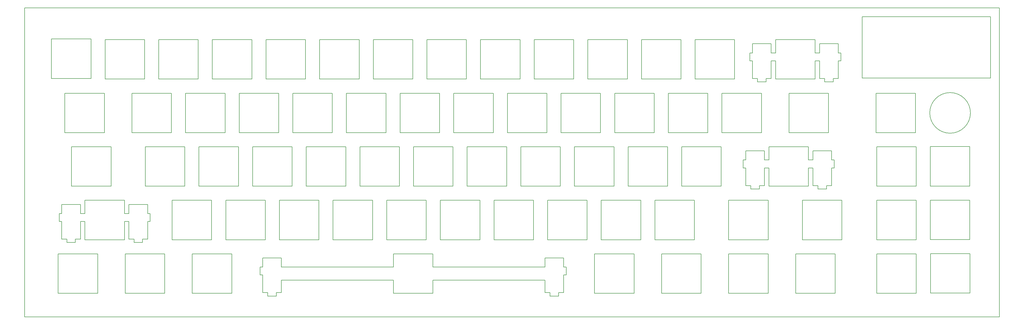
<source format=gbr>
%TF.GenerationSoftware,KiCad,Pcbnew,(5.1.7)-1*%
%TF.CreationDate,2020-10-05T00:15:49-07:00*%
%TF.ProjectId,r65,7236352e-6b69-4636-9164-5f7063625858,rev?*%
%TF.SameCoordinates,Original*%
%TF.FileFunction,Profile,NP*%
%FSLAX46Y46*%
G04 Gerber Fmt 4.6, Leading zero omitted, Abs format (unit mm)*
G04 Created by KiCad (PCBNEW (5.1.7)-1) date 2020-10-05 00:15:49*
%MOMM*%
%LPD*%
G01*
G04 APERTURE LIST*
%TA.AperFunction,Profile*%
%ADD10C,0.200000*%
%TD*%
G04 APERTURE END LIST*
D10*
X440860000Y-95077600D02*
X440860000Y-81077600D01*
X454860000Y-81077600D02*
X454860000Y-95077600D01*
X388360000Y-62077600D02*
X388360000Y-76077600D01*
X193875493Y-160482464D02*
X193875493Y-50832114D01*
X193875493Y-50832114D02*
X539135507Y-50832114D01*
X350360000Y-76077600D02*
X336360000Y-76077600D01*
X535999938Y-75706585D02*
X535999938Y-53966829D01*
X397860000Y-81077600D02*
X397860000Y-95077600D01*
X336360000Y-62077600D02*
X350360000Y-62077600D01*
X490515864Y-75706585D02*
X535999938Y-75706585D01*
X250860000Y-95077600D02*
X250860000Y-81077600D01*
X336360000Y-76077600D02*
X336360000Y-62077600D01*
X395735000Y-138077600D02*
X409735000Y-138077600D01*
X393110000Y-133077600D02*
X379110000Y-133077600D01*
X379110000Y-133077600D02*
X379110000Y-119077600D01*
X409735000Y-152077600D02*
X395735000Y-152077600D01*
X393360000Y-76077600D02*
X393360000Y-62077600D01*
X350360000Y-62077600D02*
X350360000Y-76077600D01*
X250860000Y-81077600D02*
X264860000Y-81077600D01*
X374360000Y-62077600D02*
X388360000Y-62077600D01*
X397860000Y-95077600D02*
X383860000Y-95077600D01*
X383860000Y-81077600D02*
X397860000Y-81077600D01*
X535999938Y-53966829D02*
X490515864Y-53966829D01*
X539135507Y-50832114D02*
X539135507Y-160482464D01*
X407360000Y-62077600D02*
X407360000Y-76077600D01*
X388360000Y-76077600D02*
X374360000Y-76077600D01*
X393110000Y-119077600D02*
X393110000Y-133077600D01*
X395735000Y-152077600D02*
X395735000Y-138077600D01*
X490515864Y-53966829D02*
X490515864Y-75706585D01*
X528880278Y-88071610D02*
G75*
G03*
X528880278Y-88071610I-7206997J0D01*
G01*
X539135507Y-160482464D02*
X193875493Y-160482464D01*
X383860000Y-95077600D02*
X383860000Y-81077600D01*
X407360000Y-76077600D02*
X393360000Y-76077600D01*
X440860000Y-81077600D02*
X454860000Y-81077600D01*
X264860000Y-95077600D02*
X250860000Y-95077600D01*
X264860000Y-81077600D02*
X264860000Y-95077600D01*
X374360000Y-76077600D02*
X374360000Y-62077600D01*
X454860000Y-95077600D02*
X440860000Y-95077600D01*
X379110000Y-119077600D02*
X393110000Y-119077600D01*
X393360000Y-62077600D02*
X407360000Y-62077600D01*
X417110000Y-133077600D02*
X417110000Y-119077600D01*
X369610000Y-100077600D02*
X383610000Y-100077600D01*
X431360000Y-62077600D02*
X445360000Y-62077600D01*
X345860000Y-81077600D02*
X359860000Y-81077600D01*
X336110000Y-119077600D02*
X336110000Y-133077600D01*
X514672329Y-100012007D02*
X528672329Y-100012007D01*
X435860000Y-95077600D02*
X421860000Y-95077600D01*
X435860000Y-81077600D02*
X435860000Y-95077600D01*
X528672329Y-119012007D02*
X528672329Y-133012007D01*
X440610000Y-100077600D02*
X440610000Y-114077600D01*
X419485000Y-138077600D02*
X433485000Y-138077600D01*
X421860000Y-81077600D02*
X435860000Y-81077600D01*
X421860000Y-95077600D02*
X421860000Y-81077600D01*
X350610000Y-100077600D02*
X364610000Y-100077600D01*
X388610000Y-100077600D02*
X402610000Y-100077600D01*
X326860000Y-81077600D02*
X340860000Y-81077600D01*
X426610000Y-100077600D02*
X440610000Y-100077600D01*
X433485000Y-138077600D02*
X433485000Y-152077600D01*
X440610000Y-114077600D02*
X426610000Y-114077600D01*
X359860000Y-95077600D02*
X345860000Y-95077600D01*
X341110000Y-133077600D02*
X341110000Y-119077600D01*
X514672329Y-133012007D02*
X514672329Y-119012007D01*
X412110000Y-133077600D02*
X398110000Y-133077600D01*
X431110000Y-119077600D02*
X431110000Y-133077600D01*
X402610000Y-114077600D02*
X388610000Y-114077600D01*
X359860000Y-81077600D02*
X359860000Y-95077600D01*
X355110000Y-119077600D02*
X355110000Y-133077600D01*
X431360000Y-76077600D02*
X431360000Y-62077600D01*
X426610000Y-114077600D02*
X426610000Y-100077600D01*
X402610000Y-100077600D02*
X402610000Y-114077600D01*
X340860000Y-95077600D02*
X326860000Y-95077600D01*
X528672329Y-133012007D02*
X514672329Y-133012007D01*
X345860000Y-95077600D02*
X345860000Y-81077600D01*
X340860000Y-81077600D02*
X340860000Y-95077600D01*
X514672329Y-114012007D02*
X514672329Y-100012007D01*
X369610000Y-114077600D02*
X369610000Y-100077600D01*
X417110000Y-119077600D02*
X431110000Y-119077600D01*
X412110000Y-119077600D02*
X412110000Y-133077600D01*
X364610000Y-100077600D02*
X364610000Y-114077600D01*
X419485000Y-152077600D02*
X419485000Y-138077600D01*
X514672329Y-119012007D02*
X528672329Y-119012007D01*
X528672329Y-114012007D02*
X514672329Y-114012007D01*
X445360000Y-76077600D02*
X431360000Y-76077600D01*
X445360000Y-62077600D02*
X445360000Y-76077600D01*
X383610000Y-100077600D02*
X383610000Y-114077600D01*
X398110000Y-133077600D02*
X398110000Y-119077600D01*
X355110000Y-133077600D02*
X341110000Y-133077600D01*
X431110000Y-133077600D02*
X417110000Y-133077600D01*
X409735000Y-138077600D02*
X409735000Y-152077600D01*
X350610000Y-114077600D02*
X350610000Y-100077600D01*
X341110000Y-119077600D02*
X355110000Y-119077600D01*
X322110000Y-119077600D02*
X336110000Y-119077600D01*
X383610000Y-114077600D02*
X369610000Y-114077600D01*
X326860000Y-95077600D02*
X326860000Y-81077600D01*
X528672329Y-100012007D02*
X528672329Y-114012007D01*
X322110000Y-133077600D02*
X322110000Y-119077600D01*
X388610000Y-114077600D02*
X388610000Y-100077600D01*
X364610000Y-114077600D02*
X350610000Y-114077600D01*
X312610000Y-100077600D02*
X326610000Y-100077600D01*
X336110000Y-133077600D02*
X322110000Y-133077600D01*
X398110000Y-119077600D02*
X412110000Y-119077600D01*
X433485000Y-152077600D02*
X419485000Y-152077600D01*
X457485000Y-114077600D02*
X457485000Y-107577600D01*
X471485000Y-114077600D02*
X457485000Y-114077600D01*
X455910000Y-113847600D02*
X454085000Y-113847600D01*
X455910000Y-107577600D02*
X455910000Y-113847600D01*
X457485000Y-107577600D02*
X455910000Y-107577600D01*
X455910000Y-104777600D02*
X457485000Y-104777600D01*
X475435000Y-66777600D02*
X475435000Y-63547600D01*
X509672329Y-138077600D02*
X509672329Y-152077600D01*
X480260000Y-77047600D02*
X477260000Y-77047600D01*
X473060000Y-104777600D02*
X473060000Y-101547600D01*
X479710000Y-104777600D02*
X480585000Y-104777600D01*
X471485000Y-100077600D02*
X471485000Y-104777600D01*
X457485000Y-100077600D02*
X471485000Y-100077600D01*
X457485000Y-104777600D02*
X457485000Y-100077600D01*
X450760000Y-66777600D02*
X451635000Y-66777600D01*
X458285000Y-66777600D02*
X459860000Y-66777600D01*
X459860000Y-69577600D02*
X458285000Y-69577600D01*
X495672329Y-152077600D02*
X495672329Y-138077600D01*
X464610000Y-95077600D02*
X464610000Y-81077600D01*
X378860000Y-95077600D02*
X364860000Y-95077600D01*
X482960000Y-69577600D02*
X482085000Y-69577600D01*
X475435000Y-63547600D02*
X482085000Y-63547600D01*
X450760000Y-69577600D02*
X450760000Y-66777600D01*
X478610000Y-95077600D02*
X464610000Y-95077600D01*
X458285000Y-75847600D02*
X456460000Y-75847600D01*
X475435000Y-69577600D02*
X473860000Y-69577600D01*
X471485000Y-104777600D02*
X473060000Y-104777600D01*
X459860000Y-66777600D02*
X459860000Y-62077600D01*
X364860000Y-95077600D02*
X364860000Y-81077600D01*
X459860000Y-76077600D02*
X459860000Y-69577600D01*
X458285000Y-69577600D02*
X458285000Y-75847600D01*
X451635000Y-66777600D02*
X451635000Y-63547600D01*
X477885000Y-115047600D02*
X474885000Y-115047600D01*
X477260000Y-75847600D02*
X475435000Y-75847600D01*
X477885000Y-113847600D02*
X477885000Y-115047600D01*
X451635000Y-69577600D02*
X450760000Y-69577600D01*
X479710000Y-113847600D02*
X477885000Y-113847600D01*
X479710000Y-107577600D02*
X479710000Y-113847600D01*
X473860000Y-69577600D02*
X473860000Y-76077600D01*
X473060000Y-101547600D02*
X479710000Y-101547600D01*
X495672329Y-138077600D02*
X509672329Y-138077600D01*
X478610000Y-81077600D02*
X478610000Y-95077600D01*
X456460000Y-75847600D02*
X456460000Y-77047600D01*
X480260000Y-75847600D02*
X480260000Y-77047600D01*
X482085000Y-66777600D02*
X482960000Y-66777600D01*
X482085000Y-63547600D02*
X482085000Y-66777600D01*
X477260000Y-77047600D02*
X477260000Y-75847600D01*
X473860000Y-66777600D02*
X475435000Y-66777600D01*
X458285000Y-63547600D02*
X458285000Y-66777600D01*
X482085000Y-75847600D02*
X480260000Y-75847600D01*
X473860000Y-76077600D02*
X459860000Y-76077600D01*
X482085000Y-69577600D02*
X482085000Y-75847600D01*
X378860000Y-81077600D02*
X378860000Y-95077600D01*
X459860000Y-62077600D02*
X473860000Y-62077600D01*
X475435000Y-75847600D02*
X475435000Y-69577600D01*
X364860000Y-81077600D02*
X378860000Y-81077600D01*
X471485000Y-107577600D02*
X471485000Y-114077600D01*
X479710000Y-101547600D02*
X479710000Y-104777600D01*
X509672329Y-152077600D02*
X495672329Y-152077600D01*
X473860000Y-62077600D02*
X473860000Y-66777600D01*
X482960000Y-66777600D02*
X482960000Y-69577600D01*
X473060000Y-107577600D02*
X471485000Y-107577600D01*
X464610000Y-81077600D02*
X478610000Y-81077600D01*
X473060000Y-113847600D02*
X473060000Y-107577600D01*
X480585000Y-107577600D02*
X479710000Y-107577600D01*
X474885000Y-113847600D02*
X473060000Y-113847600D01*
X474885000Y-115047600D02*
X474885000Y-113847600D01*
X480585000Y-104777600D02*
X480585000Y-107577600D01*
X451635000Y-63547600D02*
X458285000Y-63547600D01*
X236360000Y-62077600D02*
X236360000Y-76077600D01*
X241360000Y-76077600D02*
X241360000Y-62077600D01*
X236610000Y-100077600D02*
X250610000Y-100077600D01*
X255360000Y-62077600D02*
X255360000Y-76077600D01*
X312360000Y-76077600D02*
X298360000Y-76077600D01*
X279360000Y-76077600D02*
X279360000Y-62077600D01*
X210485000Y-100077600D02*
X224485000Y-100077600D01*
X236360000Y-76077600D02*
X222360000Y-76077600D01*
X317110000Y-119077600D02*
X317110000Y-133077600D01*
X245860000Y-95077600D02*
X231860000Y-95077600D01*
X229485000Y-138077600D02*
X243485000Y-138077600D01*
X243485000Y-152077600D02*
X229485000Y-152077600D01*
X269610000Y-114077600D02*
X255610000Y-114077600D01*
X222360000Y-76077600D02*
X222360000Y-62077600D01*
X293360000Y-62077600D02*
X293360000Y-76077600D01*
X208110000Y-81077600D02*
X222110000Y-81077600D01*
X245860000Y-81077600D02*
X245860000Y-95077600D01*
X298360000Y-76077600D02*
X298360000Y-62077600D01*
X298360000Y-62077600D02*
X312360000Y-62077600D01*
X293360000Y-76077600D02*
X279360000Y-76077600D01*
X250610000Y-114077600D02*
X236610000Y-114077600D01*
X260110000Y-133077600D02*
X246110000Y-133077600D01*
X260110000Y-119077600D02*
X260110000Y-133077600D01*
X224485000Y-114077600D02*
X210485000Y-114077600D01*
X243485000Y-138077600D02*
X243485000Y-152077600D01*
X222360000Y-62077600D02*
X236360000Y-62077600D01*
X288610000Y-114077600D02*
X274610000Y-114077600D01*
X231860000Y-95077600D02*
X231860000Y-81077600D01*
X246110000Y-119077600D02*
X260110000Y-119077600D01*
X451635000Y-75847600D02*
X451635000Y-69577600D01*
X480985000Y-138077600D02*
X480985000Y-152077600D01*
X229485000Y-152077600D02*
X229485000Y-138077600D01*
X222110000Y-81077600D02*
X222110000Y-95077600D01*
X224485000Y-100077600D02*
X224485000Y-114077600D01*
X236610000Y-114077600D02*
X236610000Y-100077600D01*
X453460000Y-75847600D02*
X451635000Y-75847600D01*
X453460000Y-77047600D02*
X453460000Y-75847600D01*
X241360000Y-62077600D02*
X255360000Y-62077600D01*
X231860000Y-81077600D02*
X245860000Y-81077600D01*
X284110000Y-133077600D02*
X284110000Y-119077600D01*
X456460000Y-77047600D02*
X453460000Y-77047600D01*
X210485000Y-114077600D02*
X210485000Y-100077600D01*
X255610000Y-114077600D02*
X255610000Y-100077600D01*
X466985000Y-138077600D02*
X480985000Y-138077600D01*
X466985000Y-152077600D02*
X466985000Y-138077600D01*
X312360000Y-62077600D02*
X312360000Y-76077600D01*
X298110000Y-119077600D02*
X298110000Y-133077600D01*
X208110000Y-95077600D02*
X208110000Y-81077600D01*
X274610000Y-114077600D02*
X274610000Y-100077600D01*
X480985000Y-152077600D02*
X466985000Y-152077600D01*
X298110000Y-133077600D02*
X284110000Y-133077600D01*
X246110000Y-133077600D02*
X246110000Y-119077600D01*
X255360000Y-76077600D02*
X241360000Y-76077600D01*
X303110000Y-119077600D02*
X317110000Y-119077600D01*
X269610000Y-100077600D02*
X269610000Y-114077600D01*
X222110000Y-95077600D02*
X208110000Y-95077600D01*
X274610000Y-100077600D02*
X288610000Y-100077600D01*
X303110000Y-133077600D02*
X303110000Y-119077600D01*
X288610000Y-100077600D02*
X288610000Y-114077600D01*
X255610000Y-100077600D02*
X269610000Y-100077600D01*
X284110000Y-119077600D02*
X298110000Y-119077600D01*
X317110000Y-133077600D02*
X303110000Y-133077600D01*
X250610000Y-100077600D02*
X250610000Y-114077600D01*
X426360000Y-76077600D02*
X412360000Y-76077600D01*
X495672329Y-119077600D02*
X509672329Y-119077600D01*
X402860000Y-95077600D02*
X402860000Y-81077600D01*
X448385000Y-104777600D02*
X449260000Y-104777600D01*
X326610000Y-114077600D02*
X312610000Y-114077600D01*
X407610000Y-100077600D02*
X421610000Y-100077600D01*
X509449280Y-95077600D02*
X495449280Y-95077600D01*
X509672329Y-133077600D02*
X495672329Y-133077600D01*
X421610000Y-100077600D02*
X421610000Y-114077600D01*
X495449280Y-81077600D02*
X509449280Y-81077600D01*
X495449280Y-95077600D02*
X495449280Y-81077600D01*
X528710510Y-151981527D02*
X514710510Y-151981527D01*
X369360000Y-62077600D02*
X369360000Y-76077600D01*
X449260000Y-107577600D02*
X448385000Y-107577600D01*
X449260000Y-113847600D02*
X449260000Y-107577600D01*
X402860000Y-81077600D02*
X416860000Y-81077600D01*
X509672329Y-114077600D02*
X495672329Y-114077600D01*
X355360000Y-62077600D02*
X369360000Y-62077600D01*
X451085000Y-115047600D02*
X451085000Y-113847600D01*
X421610000Y-114077600D02*
X407610000Y-114077600D01*
X455910000Y-101547600D02*
X455910000Y-104777600D01*
X360110000Y-133077600D02*
X360110000Y-119077600D01*
X331610000Y-100077600D02*
X345610000Y-100077600D01*
X448385000Y-107577600D02*
X448385000Y-104777600D01*
X326610000Y-100077600D02*
X326610000Y-114077600D01*
X416860000Y-81077600D02*
X416860000Y-95077600D01*
X451085000Y-113847600D02*
X449260000Y-113847600D01*
X369360000Y-76077600D02*
X355360000Y-76077600D01*
X495672329Y-114077600D02*
X495672329Y-100077600D01*
X416860000Y-95077600D02*
X402860000Y-95077600D01*
X360110000Y-119077600D02*
X374110000Y-119077600D01*
X449260000Y-101547600D02*
X455910000Y-101547600D01*
X412360000Y-76077600D02*
X412360000Y-62077600D01*
X509449280Y-81077600D02*
X509449280Y-95077600D01*
X514710510Y-151981527D02*
X514710510Y-137981527D01*
X355360000Y-76077600D02*
X355360000Y-62077600D01*
X495672329Y-133077600D02*
X495672329Y-119077600D01*
X374110000Y-133077600D02*
X360110000Y-133077600D01*
X509672329Y-119077600D02*
X509672329Y-133077600D01*
X374110000Y-119077600D02*
X374110000Y-133077600D01*
X454085000Y-115047600D02*
X451085000Y-115047600D01*
X345610000Y-100077600D02*
X345610000Y-114077600D01*
X454085000Y-113847600D02*
X454085000Y-115047600D01*
X528710510Y-137981527D02*
X528710510Y-151981527D01*
X426360000Y-62077600D02*
X426360000Y-76077600D01*
X407610000Y-114077600D02*
X407610000Y-100077600D01*
X509672329Y-100077600D02*
X509672329Y-114077600D01*
X345610000Y-114077600D02*
X331610000Y-114077600D01*
X449260000Y-104777600D02*
X449260000Y-101547600D01*
X495672329Y-100077600D02*
X509672329Y-100077600D01*
X331610000Y-114077600D02*
X331610000Y-100077600D01*
X514710510Y-137981527D02*
X528710510Y-137981527D01*
X312610000Y-114077600D02*
X312610000Y-100077600D01*
X412360000Y-62077600D02*
X426360000Y-62077600D01*
X317360000Y-62077600D02*
X331360000Y-62077600D01*
X269860000Y-81077600D02*
X283860000Y-81077600D01*
X274360000Y-76077600D02*
X260360000Y-76077600D01*
X274360000Y-62077600D02*
X274360000Y-76077600D01*
X203360000Y-75847409D02*
X203360000Y-61847409D01*
X279360000Y-62077600D02*
X293360000Y-62077600D01*
X288860000Y-81077600D02*
X302860000Y-81077600D01*
X331360000Y-76077600D02*
X317360000Y-76077600D01*
X283860000Y-95077600D02*
X269860000Y-95077600D01*
X260360000Y-62077600D02*
X274360000Y-62077600D01*
X302860000Y-81077600D02*
X302860000Y-95077600D01*
X288860000Y-95077600D02*
X288860000Y-81077600D01*
X269860000Y-95077600D02*
X269860000Y-81077600D01*
X260360000Y-76077600D02*
X260360000Y-62077600D01*
X302860000Y-95077600D02*
X288860000Y-95077600D01*
X317360000Y-76077600D02*
X317360000Y-62077600D01*
X283860000Y-81077600D02*
X283860000Y-95077600D01*
X331360000Y-62077600D02*
X331360000Y-76077600D01*
X215235000Y-123777600D02*
X215235000Y-119077600D01*
X293610000Y-100077600D02*
X307610000Y-100077600D01*
X321860000Y-81077600D02*
X321860000Y-95077600D01*
X211835000Y-132847600D02*
X211835000Y-134047600D01*
X265110000Y-119077600D02*
X279110000Y-119077600D01*
X278160000Y-151847600D02*
X278160000Y-145577600D01*
X265110000Y-133077600D02*
X265110000Y-119077600D01*
X279110000Y-133077600D02*
X265110000Y-133077600D01*
X232635000Y-132847600D02*
X230810000Y-132847600D01*
X230810000Y-123777600D02*
X230810000Y-120547600D01*
X238335000Y-123777600D02*
X238335000Y-126577600D01*
X307860000Y-95077600D02*
X307860000Y-81077600D01*
X321860000Y-95077600D02*
X307860000Y-95077600D01*
X282985000Y-153047600D02*
X279985000Y-153047600D01*
X207010000Y-120547600D02*
X213660000Y-120547600D01*
X253235000Y-138077600D02*
X267235000Y-138077600D01*
X307610000Y-100077600D02*
X307610000Y-114077600D01*
X229235000Y-123777600D02*
X230810000Y-123777600D01*
X238335000Y-126577600D02*
X237460000Y-126577600D01*
X230810000Y-120547600D02*
X237460000Y-120547600D01*
X213660000Y-126577600D02*
X213660000Y-132847600D01*
X229235000Y-126577600D02*
X229235000Y-133077600D01*
X215235000Y-126577600D02*
X213660000Y-126577600D01*
X235635000Y-134047600D02*
X232635000Y-134047600D01*
X208835000Y-134047600D02*
X208835000Y-132847600D01*
X213660000Y-120547600D02*
X213660000Y-123777600D01*
X206135000Y-123777600D02*
X207010000Y-123777600D01*
X211835000Y-134047600D02*
X208835000Y-134047600D01*
X215235000Y-133077600D02*
X215235000Y-126577600D01*
X307860000Y-81077600D02*
X321860000Y-81077600D01*
X229235000Y-119077600D02*
X229235000Y-123777600D01*
X206135000Y-126577600D02*
X206135000Y-123777600D01*
X293610000Y-114077600D02*
X293610000Y-100077600D01*
X230810000Y-132847600D02*
X230810000Y-126577600D01*
X213660000Y-132847600D02*
X211835000Y-132847600D01*
X307610000Y-114077600D02*
X293610000Y-114077600D01*
X279985000Y-151847600D02*
X278160000Y-151847600D01*
X235635000Y-132847600D02*
X235635000Y-134047600D01*
X215235000Y-119077600D02*
X229235000Y-119077600D01*
X207010000Y-126577600D02*
X206135000Y-126577600D01*
X284810000Y-147377600D02*
X284810000Y-151847600D01*
X237460000Y-123777600D02*
X238335000Y-123777600D01*
X232635000Y-134047600D02*
X232635000Y-132847600D01*
X279985000Y-153047600D02*
X279985000Y-151847600D01*
X267235000Y-152077600D02*
X253235000Y-152077600D01*
X267235000Y-138077600D02*
X267235000Y-152077600D01*
X237460000Y-126577600D02*
X237460000Y-132847600D01*
X208835000Y-132847600D02*
X207010000Y-132847600D01*
X230810000Y-126577600D02*
X229235000Y-126577600D01*
X213660000Y-123777600D02*
X215235000Y-123777600D01*
X217360000Y-75847409D02*
X203360000Y-75847409D01*
X282985000Y-151847600D02*
X282985000Y-153047600D01*
X229235000Y-133077600D02*
X215235000Y-133077600D01*
X237460000Y-132847600D02*
X235635000Y-132847600D01*
X324485000Y-147377600D02*
X284810000Y-147377600D01*
X253235000Y-152077600D02*
X253235000Y-138077600D01*
X278160000Y-145577600D02*
X277260000Y-145577600D01*
X217360000Y-61847409D02*
X217360000Y-75847409D01*
X207010000Y-123777600D02*
X207010000Y-120547600D01*
X203360000Y-61847409D02*
X217360000Y-61847409D01*
X284810000Y-151847600D02*
X282985000Y-151847600D01*
X279110000Y-119077600D02*
X279110000Y-133077600D01*
X207010000Y-132847600D02*
X207010000Y-126577600D01*
X237460000Y-120547600D02*
X237460000Y-123777600D01*
X378160000Y-142777600D02*
X378160000Y-139547600D01*
X378160000Y-139547600D02*
X384810000Y-139547600D01*
X277260000Y-142777600D02*
X278160000Y-142777600D01*
X457235000Y-133077600D02*
X443235000Y-133077600D01*
X443235000Y-138077600D02*
X457235000Y-138077600D01*
X338485000Y-142777600D02*
X378160000Y-142777600D01*
X324485000Y-138077600D02*
X338485000Y-138077600D01*
X338485000Y-138077600D02*
X338485000Y-142777600D01*
X284810000Y-139547600D02*
X284810000Y-142777600D01*
X457235000Y-119077600D02*
X457235000Y-133077600D01*
X278160000Y-139547600D02*
X284810000Y-139547600D01*
X277260000Y-145577600D02*
X277260000Y-142777600D01*
X219735000Y-152077600D02*
X205735000Y-152077600D01*
X443235000Y-133077600D02*
X443235000Y-119077600D01*
X443235000Y-152077600D02*
X443235000Y-138077600D01*
X324485000Y-152077600D02*
X324485000Y-147377600D01*
X338485000Y-152077600D02*
X324485000Y-152077600D01*
X338485000Y-147377600D02*
X338485000Y-152077600D01*
X378160000Y-147377600D02*
X338485000Y-147377600D01*
X443235000Y-119077600D02*
X457235000Y-119077600D01*
X378160000Y-151847600D02*
X378160000Y-147377600D01*
X379985000Y-151847600D02*
X378160000Y-151847600D01*
X382985000Y-153047600D02*
X379985000Y-153047600D01*
X278160000Y-142777600D02*
X278160000Y-139547600D01*
X483360000Y-133077600D02*
X469360000Y-133077600D01*
X219735000Y-138077600D02*
X219735000Y-152077600D01*
X205735000Y-138077600D02*
X219735000Y-138077600D01*
X379985000Y-153047600D02*
X379985000Y-151847600D01*
X382985000Y-151847600D02*
X382985000Y-153047600D01*
X483360000Y-119077600D02*
X483360000Y-133077600D01*
X469360000Y-119077600D02*
X483360000Y-119077600D01*
X457235000Y-138077600D02*
X457235000Y-152077600D01*
X457235000Y-152077600D02*
X443235000Y-152077600D01*
X384810000Y-151847600D02*
X382985000Y-151847600D01*
X385710000Y-145577600D02*
X384810000Y-145577600D01*
X324485000Y-142777600D02*
X324485000Y-138077600D01*
X469360000Y-133077600D02*
X469360000Y-119077600D01*
X384810000Y-145577600D02*
X384810000Y-151847600D01*
X385710000Y-142777600D02*
X385710000Y-145577600D01*
X205735000Y-152077600D02*
X205735000Y-138077600D01*
X384810000Y-142777600D02*
X385710000Y-142777600D01*
X284810000Y-142777600D02*
X324485000Y-142777600D01*
X384810000Y-139547600D02*
X384810000Y-142777600D01*
M02*

</source>
